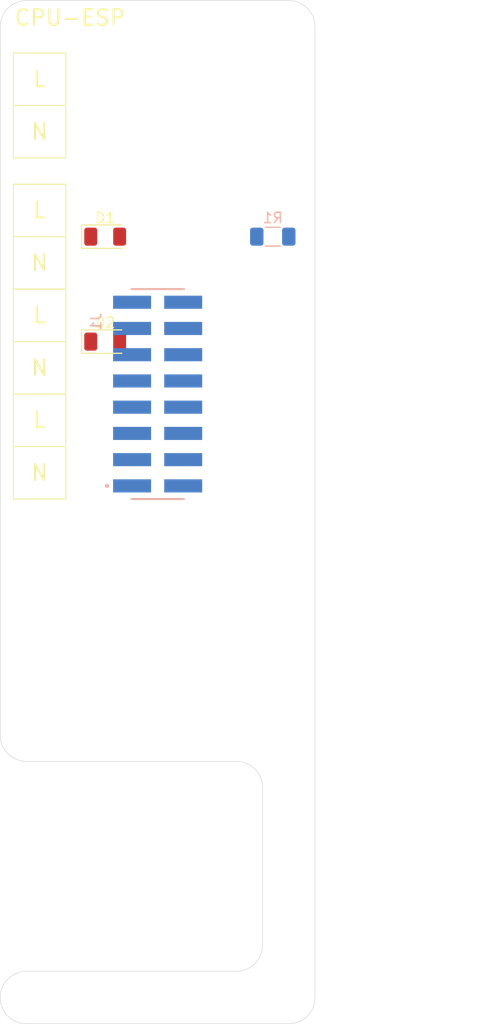
<source format=kicad_pcb>
(kicad_pcb (version 20240108) (generator "pcbnew") (generator_version "8.0")
  (layers (0 "F.Cu" signal) (31 "B.Cu" signal) (34 "B.Paste" user) (35 "F.Paste" user) (36 "B.SilkS" user "B.Silkscreen") (37 "F.SilkS" user "F.Silkscreen") (38 "B.Mask" user) (39 "F.Mask" user) (44 "Edge.Cuts" user))
  (net 0 "")
  (net 17 "GND")
  (net 18 "Net-(D1-A)")
  (net 19 "+5V")
  (footprint "NextPCB:LED_KPTD-3216ZGC" (layer "F.Cu") (at 137.16 73.66)
    (property "Reference" "D1" (at 0 -1.82 0) (layer "F.SilkS"))
    (property "Value" "KPTD-3216ZGC ")
    (fp_line (start -2.285 -1.135) (end -2.285 1.135) (stroke (width 0.12)) (layer "F.SilkS"))
    (fp_line (start -2.285 1.135) (end 1.6 1.135) (stroke (width 0.12)) (layer "F.SilkS"))
    (fp_line (start 1.6 -1.135) (end -2.285 -1.135) (stroke (width 0.12)) (layer "F.SilkS"))
    (pad "1" smd roundrect (at -1.4 0) (size 1.25 1.75) (layers "F.Cu" "F.Paste" "F.Mask") (roundrect_rratio 0.2) (net 17 "GND"))
    (pad "2" smd roundrect (at 1.4 0) (size 1.25 1.75) (layers "F.Cu" "F.Paste" "F.Mask") (roundrect_rratio 0.2) (net 18 "Net-(D1-A)"))
  )
  (footprint "NextPCB:LED_KPTD-3216ZGC" (layer "F.Cu") (at 137.16 83.82)
    (property "Reference" "D2" (at 0 -1.82 0) (layer "F.SilkS"))
    (property "Value" "KPTD-3216ZGC ")
    (fp_line (start -2.285 -1.135) (end -2.285 1.135) (stroke (width 0.12)) (layer "F.SilkS"))
    (fp_line (start -2.285 1.135) (end 1.6 1.135) (stroke (width 0.12)) (layer "F.SilkS"))
    (fp_line (start 1.6 -1.135) (end -2.285 -1.135) (stroke (width 0.12)) (layer "F.SilkS"))
    (pad "1" smd roundrect (at -1.4 0) (size 1.25 1.75) (layers "F.Cu" "F.Paste" "F.Mask") (roundrect_rratio 0.2) (net 17 "GND"))
    (pad "2" smd roundrect (at 1.4 0) (size 1.25 1.75) (layers "F.Cu" "F.Paste" "F.Mask") (roundrect_rratio 0.2) (net 19 "+5V"))
  )
  (footprint "Resistor_SMD:R_1206_3216Metric_Pad1.30x1.75mm_HandSolder" (layer "B.Cu") (at 153.39 73.66 180)
    (property "Reference" "R1" (at 0 1.82 0) (layer "B.SilkS") (effects (justify mirror)))
    (property "Value" "270")
    (fp_line (start 0.727064 0.91) (end -0.727064 0.91) (stroke (width 0.12)) (layer "B.SilkS"))
    (fp_line (start 0.727064 -0.91) (end -0.727064 -0.91) (stroke (width 0.12)) (layer "B.SilkS"))
    (pad "1" smd roundrect (at -1.55 0 180) (size 1.3 1.75) (layers "B.Cu" "B.Paste" "B.Mask") (roundrect_rratio 0.192308) (net 18 "Net-(D1-A)"))
    (pad "2" smd roundrect (at 1.55 0 180) (size 1.3 1.75) (layers "B.Cu" "B.Paste" "B.Mask") (roundrect_rratio 0.192308) (net 19 "+5V"))
  )
  (footprint "NextPCB:Conn_02x08_pin" (layer "B.Cu") (at 142.24 88.9 -90)
    (property "Reference" "J1" (at -6.985 5.965 90) (layer "B.SilkS") (effects (justify mirror)))
    (property "Value" "Conn_02x08_Odd_Even")
    (fp_line (start -10.16 2.54) (end -10.16 -2.54) (stroke (width 0.2)) (layer "B.SilkS"))
    (fp_line (start 10.16 -2.54) (end 10.16 2.54) (stroke (width 0.2)) (layer "B.SilkS"))
    (fp_circle (center 8.89 4.9) (end 8.99 4.9) (stroke (width 0.2)) (fill none) (layer "B.SilkS"))
    (pad "01" smd rect (at 8.89 2.475 270) (size 1.27 3.68) (layers "B.Cu" "B.Paste" "B.Mask"))
    (pad "02" smd rect (at 8.89 -2.475 270) (size 1.27 3.68) (layers "B.Cu" "B.Paste" "B.Mask"))
    (pad "03" smd rect (at 6.35 2.475 270) (size 1.27 3.68) (layers "B.Cu" "B.Paste" "B.Mask"))
    (pad "04" smd rect (at 6.35 -2.475 270) (size 1.27 3.68) (layers "B.Cu" "B.Paste" "B.Mask"))
    (pad "05" smd rect (at 3.81 2.475 270) (size 1.27 3.68) (layers "B.Cu" "B.Paste" "B.Mask"))
    (pad "06" smd rect (at 3.81 -2.475 270) (size 1.27 3.68) (layers "B.Cu" "B.Paste" "B.Mask"))
    (pad "07" smd rect (at 1.27 2.475 270) (size 1.27 3.68) (layers "B.Cu" "B.Paste" "B.Mask"))
    (pad "08" smd rect (at 1.27 -2.475 270) (size 1.27 3.68) (layers "B.Cu" "B.Paste" "B.Mask"))
    (pad "09" smd rect (at -1.27 2.475 270) (size 1.27 3.68) (layers "B.Cu" "B.Paste" "B.Mask"))
    (pad "10" smd rect (at -1.27 -2.475 270) (size 1.27 3.68) (layers "B.Cu" "B.Paste" "B.Mask"))
    (pad "11" smd rect (at -3.81 2.475 270) (size 1.27 3.68) (layers "B.Cu" "B.Paste" "B.Mask"))
    (pad "12" smd rect (at -3.81 -2.475 270) (size 1.27 3.68) (layers "B.Cu" "B.Paste" "B.Mask"))
    (pad "13" smd rect (at -6.35 2.475 270) (size 1.27 3.68) (layers "B.Cu" "B.Paste" "B.Mask"))
    (pad "14" smd rect (at -6.35 -2.475 270) (size 1.27 3.68) (layers "B.Cu" "B.Paste" "B.Mask"))
    (pad "15" smd rect (at -8.89 2.475 270) (size 1.27 3.68) (layers "B.Cu" "B.Paste" "B.Mask"))
    (pad "16" smd rect (at -8.89 -2.475 270) (size 1.27 3.68) (layers "B.Cu" "B.Paste" "B.Mask"))
  )
  (gr_rect (start 128.27 55.88) (end 133.35 60.96) (stroke (width 0.1)) (fill none) (layer "F.SilkS"))
  (gr_rect (start 128.27 93.98) (end 133.35 99.06) (stroke (width 0.1)) (fill none) (layer "F.SilkS"))
  (gr_rect (start 128.27 78.74) (end 133.35 83.82) (stroke (width 0.1)) (fill none) (layer "F.SilkS"))
  (gr_rect (start 128.27 60.96) (end 133.35 66.04) (stroke (width 0.1)) (fill none) (layer "F.SilkS"))
  (gr_rect (start 128.27 88.9) (end 133.35 93.98) (stroke (width 0.1)) (fill none) (layer "F.SilkS"))
  (gr_rect (start 128.27 83.82) (end 133.35 88.9) (stroke (width 0.1)) (fill none) (layer "F.SilkS"))
  (gr_rect (start 128.27 68.58) (end 133.35 73.66) (stroke (width 0.1)) (fill none) (layer "F.SilkS"))
  (gr_rect (start 128.27 73.66) (end 133.35 78.74) (stroke (width 0.1)) (fill none) (layer "F.SilkS"))
  (gr_line (start 152.4 142.24) (end 152.4 127) (stroke (width 0.05)) (layer "Edge.Cuts"))
  (gr_arc (start 127 147.32) (mid 127.743949 145.523949) (end 129.54 144.78) (stroke (width 0.05)) (layer "Edge.Cuts"))
  (gr_line (start 129.54 50.8) (end 154.94 50.8) (stroke (width 0.05)) (layer "Edge.Cuts"))
  (gr_line (start 127 121.92) (end 127 53.34) (stroke (width 0.05)) (layer "Edge.Cuts"))
  (gr_line (start 149.86 124.46) (end 129.54 124.46) (stroke (width 0.05)) (layer "Edge.Cuts"))
  (gr_line (start 154.94 149.86) (end 129.54 149.86) (stroke (width 0.05)) (layer "Edge.Cuts"))
  (gr_line (start 129.54 144.78) (end 149.86 144.78) (stroke (width 0.05)) (layer "Edge.Cuts"))
  (gr_arc (start 149.86 124.46) (mid 151.656051 125.203949) (end 152.4 127) (stroke (width 0.05)) (layer "Edge.Cuts"))
  (gr_line (start 157.48 53.34) (end 157.48 147.32) (stroke (width 0.05)) (layer "Edge.Cuts"))
  (gr_arc (start 157.48 147.32) (mid 156.736051 149.116051) (end 154.94 149.86) (stroke (width 0.05)) (layer "Edge.Cuts"))
  (gr_arc (start 152.4 142.24) (mid 151.656051 144.036051) (end 149.86 144.78) (stroke (width 0.05)) (layer "Edge.Cuts"))
  (gr_arc (start 154.94 50.8) (mid 156.736051 51.543949) (end 157.48 53.34) (stroke (width 0.05)) (layer "Edge.Cuts"))
  (gr_arc (start 129.54 124.46) (mid 127.743949 123.716051) (end 127 121.92) (stroke (width 0.05)) (layer "Edge.Cuts"))
  (gr_arc (start 127 53.34) (mid 127.743949 51.543949) (end 129.54 50.8) (stroke (width 0.05)) (layer "Edge.Cuts"))
  (gr_arc (start 129.54 149.86) (mid 127.743949 149.116051) (end 127 147.32) (stroke (width 0.05)) (layer "Edge.Cuts"))
  (gr_text "N" (at 129.874286 87.2315 0) (layer "F.SilkS") (effects (font (size 1.5 1.5) (thickness 0.2)) (justify left bottom)))
  (gr_text "L" (at 130.052857 59.2915 0) (layer "F.SilkS") (effects (font (size 1.5 1.5) (thickness 0.2)) (justify left bottom)))
  (gr_text "CPU-ESP" (at 128.27 53.34 0) (layer "F.SilkS") (effects (font (size 1.5 1.5) (thickness 0.2)) (justify left bottom)))
  (gr_text "L" (at 130.052857 71.9915 0) (layer "F.SilkS") (effects (font (size 1.5 1.5) (thickness 0.2)) (justify left bottom)))
  (gr_text "L" (at 130.052857 82.1515 0) (layer "F.SilkS") (effects (font (size 1.5 1.5) (thickness 0.2)) (justify left bottom)))
  (gr_text "N" (at 129.874286 64.3715 0) (layer "F.SilkS") (effects (font (size 1.5 1.5) (thickness 0.2)) (justify left bottom)))
  (gr_text "N" (at 129.874286 77.0715 0) (layer "F.SilkS") (effects (font (size 1.5 1.5) (thickness 0.2)) (justify left bottom)))
  (gr_text "N" (at 129.874286 97.3915 0) (layer "F.SilkS") (effects (font (size 1.5 1.5) (thickness 0.2)) (justify left bottom)))
  (gr_text "L" (at 130.052857 92.3115 0) (layer "F.SilkS") (effects (font (size 1.5 1.5) (thickness 0.2)) (justify left bottom)))
)
</source>
